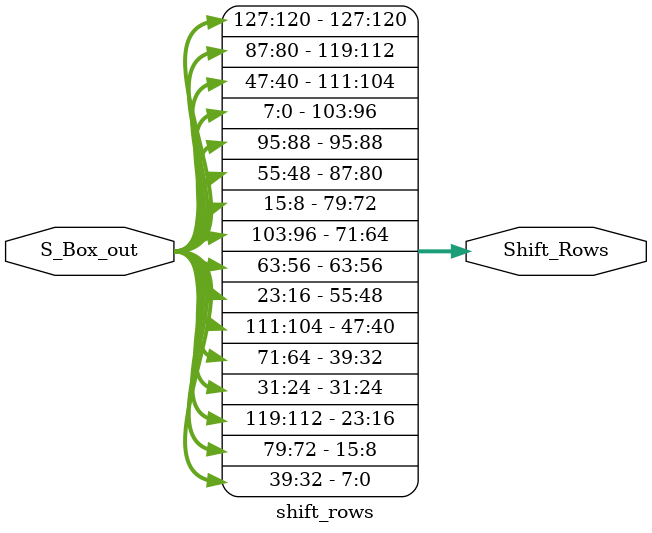
<source format=v>
`timescale 10ns / 10ps

module shift_rows(S_Box_out,Shift_Rows);
  input [127:0]S_Box_out;
  output [127:0]Shift_Rows;
  assign Shift_Rows[127:120] = S_Box_out[127:120];
  assign Shift_Rows[119:112] = S_Box_out[87:80];
  assign Shift_Rows[111:104] = S_Box_out[47:40];
  assign Shift_Rows[103:96]  = S_Box_out[7:0];
  assign Shift_Rows[95:88]   = S_Box_out[95:88];
  assign Shift_Rows[87:80]   = S_Box_out[55:48];
  assign Shift_Rows[79:72]   = S_Box_out[15:8];
  assign Shift_Rows[71:64]   = S_Box_out[103:96];
  assign Shift_Rows[63:56]   = S_Box_out[63:56];
  assign Shift_Rows[55:48]   = S_Box_out[23:16];
  assign Shift_Rows[47:40]   = S_Box_out[111:104];
  assign Shift_Rows[39:32]   = S_Box_out[71:64];
  assign Shift_Rows[31:24]   = S_Box_out[31:24];
  assign Shift_Rows[23:16]   = S_Box_out[119:112];
  assign Shift_Rows[15:8]    = S_Box_out[79:72];
  assign Shift_Rows[7:0]     = S_Box_out[39:32];
endmodule

</source>
